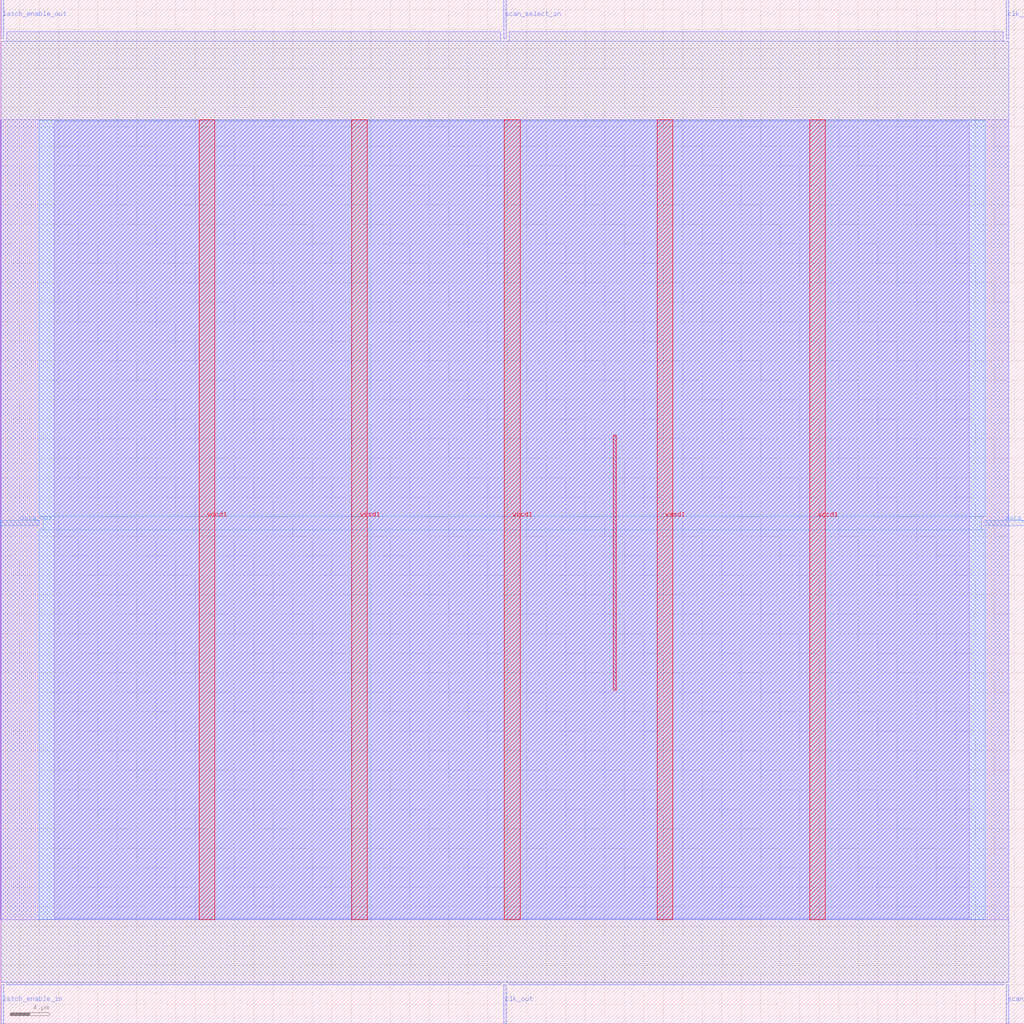
<source format=lef>
VERSION 5.7 ;
  NOWIREEXTENSIONATPIN ON ;
  DIVIDERCHAR "/" ;
  BUSBITCHARS "[]" ;
MACRO scan_wrapper_341262321634509394
  CLASS BLOCK ;
  FOREIGN scan_wrapper_341262321634509394 ;
  ORIGIN 0.000 0.000 ;
  SIZE 105.000 BY 105.000 ;
  PIN clk_in
    DIRECTION INPUT ;
    USE SIGNAL ;
    PORT
      LAYER met2 ;
        RECT 103.130 101.000 103.410 105.000 ;
    END
  END clk_in
  PIN clk_out
    DIRECTION OUTPUT TRISTATE ;
    USE SIGNAL ;
    PORT
      LAYER met2 ;
        RECT 51.610 0.000 51.890 4.000 ;
    END
  END clk_out
  PIN data_in
    DIRECTION INPUT ;
    USE SIGNAL ;
    PORT
      LAYER met3 ;
        RECT 101.000 51.040 105.000 51.640 ;
    END
  END data_in
  PIN data_out
    DIRECTION OUTPUT TRISTATE ;
    USE SIGNAL ;
    PORT
      LAYER met3 ;
        RECT 0.000 51.040 4.000 51.640 ;
    END
  END data_out
  PIN latch_enable_in
    DIRECTION INPUT ;
    USE SIGNAL ;
    PORT
      LAYER met2 ;
        RECT 0.090 0.000 0.370 4.000 ;
    END
  END latch_enable_in
  PIN latch_enable_out
    DIRECTION OUTPUT TRISTATE ;
    USE SIGNAL ;
    PORT
      LAYER met2 ;
        RECT 0.090 101.000 0.370 105.000 ;
    END
  END latch_enable_out
  PIN scan_select_in
    DIRECTION INPUT ;
    USE SIGNAL ;
    PORT
      LAYER met2 ;
        RECT 51.610 101.000 51.890 105.000 ;
    END
  END scan_select_in
  PIN scan_select_out
    DIRECTION OUTPUT TRISTATE ;
    USE SIGNAL ;
    PORT
      LAYER met2 ;
        RECT 103.130 0.000 103.410 4.000 ;
    END
  END scan_select_out
  PIN vccd1
    DIRECTION INPUT ;
    USE POWER ;
    PORT
      LAYER met4 ;
        RECT 20.380 10.640 21.980 92.720 ;
    END
    PORT
      LAYER met4 ;
        RECT 51.700 10.640 53.300 92.720 ;
    END
    PORT
      LAYER met4 ;
        RECT 83.020 10.640 84.620 92.720 ;
    END
  END vccd1
  PIN vssd1
    DIRECTION INPUT ;
    USE GROUND ;
    PORT
      LAYER met4 ;
        RECT 36.040 10.640 37.640 92.720 ;
    END
    PORT
      LAYER met4 ;
        RECT 67.360 10.640 68.960 92.720 ;
    END
  END vssd1
  OBS
      LAYER li1 ;
        RECT 5.520 10.795 99.360 92.565 ;
      LAYER met1 ;
        RECT 0.070 10.640 103.430 92.720 ;
      LAYER met2 ;
        RECT 0.650 100.720 51.330 101.730 ;
        RECT 52.170 100.720 102.850 101.730 ;
        RECT 0.100 4.280 103.400 100.720 ;
        RECT 0.650 4.000 51.330 4.280 ;
        RECT 52.170 4.000 102.850 4.280 ;
      LAYER met3 ;
        RECT 4.000 52.040 101.000 92.645 ;
        RECT 4.400 50.640 100.600 52.040 ;
        RECT 4.000 10.715 101.000 50.640 ;
      LAYER met4 ;
        RECT 62.855 34.175 63.185 60.345 ;
  END
END scan_wrapper_341262321634509394
END LIBRARY


</source>
